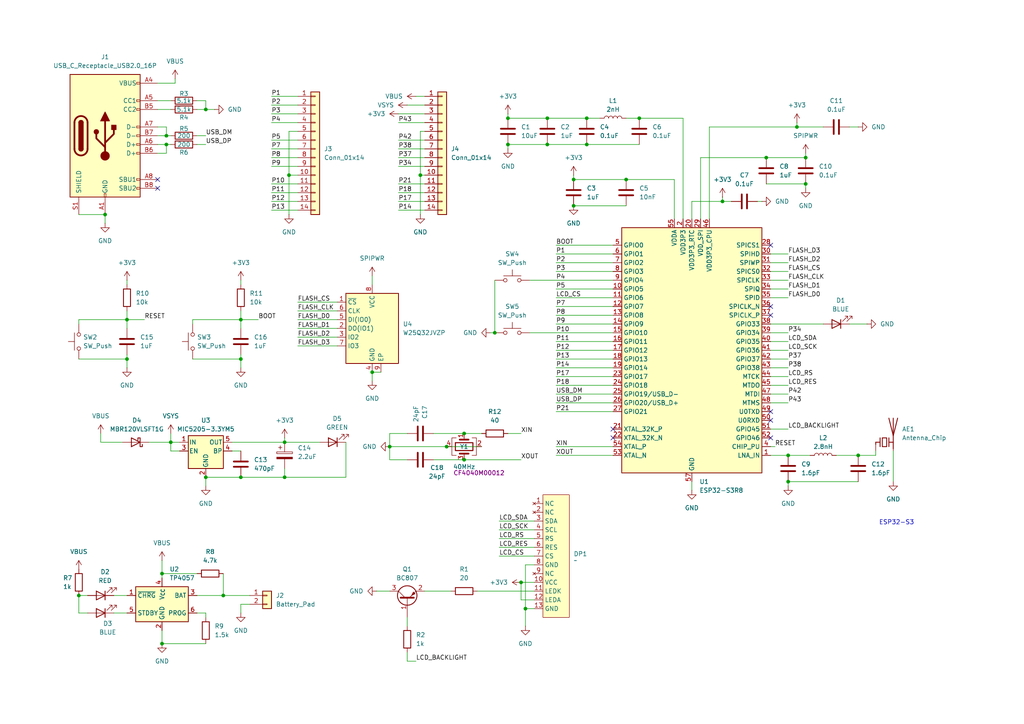
<source format=kicad_sch>
(kicad_sch (version 20231120) (generator "eeschema") (generator_version "8.0")
  (paper "A4")
  (junction (at 82.55 128.27))
  (junction (at 48.26 39.37))
  (junction (at 69.85 92.71))
  (junction (at 59.69 138.43))
  (junction (at 158.75 41.91))
  (junction (at 209.55 58.42))
  (junction (at 185.42 34.29))
  (junction (at 147.32 34.29))
  (junction (at 107.95 107.95))
  (junction (at 121.92 50.8))
  (junction (at 82.55 138.43))
  (junction (at 170.18 41.91))
  (junction (at 151.13 168.91))
  (junction (at 233.68 53.34))
  (junction (at 113.03 129.54))
  (junction (at 64.77 172.72))
  (junction (at 48.26 41.91))
  (junction (at 69.85 138.43))
  (junction (at 228.6 139.7))
  (junction (at 46.99 186.69))
  (junction (at 134.62 125.73))
  (junction (at 233.68 45.72))
  (junction (at 228.6 132.08))
  (junction (at 36.83 104.14))
  (junction (at 49.53 128.27))
  (junction (at 147.32 41.91))
  (junction (at 129.54 129.54))
  (junction (at 22.86 172.72))
  (junction (at 222.25 45.72))
  (junction (at 134.62 133.35))
  (junction (at 166.37 59.69))
  (junction (at 152.4 176.53))
  (junction (at 36.83 92.71))
  (junction (at 46.99 166.37))
  (junction (at 143.51 96.52))
  (junction (at 158.75 34.29))
  (junction (at 30.48 62.23))
  (junction (at 83.82 50.8))
  (junction (at 166.37 52.07))
  (junction (at 59.69 31.75))
  (junction (at 248.92 132.08))
  (junction (at 231.14 36.83))
  (junction (at 181.61 52.07))
  (junction (at 69.85 104.14))
  (junction (at 170.18 34.29))
  (no_connect (at 177.8 127))
  (no_connect (at 223.52 127))
  (no_connect (at 223.52 119.38))
  (no_connect (at 223.52 91.44))
  (no_connect (at 223.52 71.12))
  (no_connect (at 177.8 124.46))
  (no_connect (at 45.72 54.61))
  (no_connect (at 45.72 52.07))
  (no_connect (at 223.52 88.9))
  (no_connect (at 223.52 121.92))
  (wire (pts (xy 223.52 129.54) (xy 224.79 129.54)))
  (wire (pts (xy 166.37 59.69) (xy 181.61 59.69)))
  (wire (pts (xy 134.62 125.73) (xy 139.7 125.73)))
  (wire (pts (xy 161.29 73.66) (xy 177.8 73.66)))
  (wire (pts (xy 212.09 58.42) (xy 209.55 58.42)))
  (wire (pts (xy 254 130.81) (xy 254 132.08)))
  (wire (pts (xy 86.36 92.71) (xy 97.79 92.71)))
  (wire (pts (xy 181.61 52.07) (xy 166.37 52.07)))
  (wire (pts (xy 231.14 35.56) (xy 231.14 36.83)))
  (wire (pts (xy 48.26 39.37) (xy 49.53 39.37)))
  (wire (pts (xy 153.67 96.52) (xy 177.8 96.52)))
  (wire (pts (xy 78.74 55.88) (xy 86.36 55.88)))
  (wire (pts (xy 69.85 92.71) (xy 69.85 95.25)))
  (wire (pts (xy 200.66 58.42) (xy 200.66 63.5)))
  (wire (pts (xy 205.74 63.5) (xy 205.74 36.83)))
  (wire (pts (xy 147.32 41.91) (xy 147.32 43.18)))
  (wire (pts (xy 209.55 57.15) (xy 209.55 58.42)))
  (wire (pts (xy 228.6 139.7) (xy 228.6 140.97)))
  (wire (pts (xy 83.82 50.8) (xy 83.82 38.1)))
  (wire (pts (xy 200.66 139.7) (xy 200.66 142.24)))
  (wire (pts (xy 219.71 58.42) (xy 220.98 58.42)))
  (wire (pts (xy 113.03 125.73) (xy 118.11 125.73)))
  (wire (pts (xy 198.12 63.5) (xy 198.12 34.29)))
  (wire (pts (xy 246.38 36.83) (xy 248.92 36.83)))
  (wire (pts (xy 246.38 93.98) (xy 251.46 93.98)))
  (wire (pts (xy 161.29 88.9) (xy 177.8 88.9)))
  (wire (pts (xy 78.74 40.64) (xy 86.36 40.64)))
  (wire (pts (xy 205.74 36.83) (xy 231.14 36.83)))
  (wire (pts (xy 59.69 31.75) (xy 62.23 31.75)))
  (wire (pts (xy 100.33 138.43) (xy 82.55 138.43)))
  (wire (pts (xy 64.77 172.72) (xy 64.77 166.37)))
  (wire (pts (xy 144.78 151.13) (xy 154.94 151.13)))
  (wire (pts (xy 223.52 86.36) (xy 228.6 86.36)))
  (wire (pts (xy 78.74 45.72) (xy 86.36 45.72)))
  (wire (pts (xy 82.55 128.27) (xy 92.71 128.27)))
  (wire (pts (xy 231.14 36.83) (xy 238.76 36.83)))
  (wire (pts (xy 50.8 24.13) (xy 45.72 24.13)))
  (wire (pts (xy 69.85 102.87) (xy 69.85 104.14)))
  (wire (pts (xy 113.03 133.35) (xy 118.11 133.35)))
  (wire (pts (xy 161.29 119.38) (xy 177.8 119.38)))
  (wire (pts (xy 83.82 50.8) (xy 86.36 50.8)))
  (wire (pts (xy 48.26 41.91) (xy 49.53 41.91)))
  (wire (pts (xy 115.57 43.18) (xy 123.19 43.18)))
  (wire (pts (xy 46.99 186.69) (xy 59.69 186.69)))
  (wire (pts (xy 254 132.08) (xy 248.92 132.08)))
  (wire (pts (xy 69.85 92.71) (xy 55.88 92.71)))
  (wire (pts (xy 69.85 81.28) (xy 69.85 82.55)))
  (wire (pts (xy 195.58 52.07) (xy 181.61 52.07)))
  (wire (pts (xy 223.52 93.98) (xy 238.76 93.98)))
  (wire (pts (xy 161.29 71.12) (xy 177.8 71.12)))
  (wire (pts (xy 83.82 38.1) (xy 86.36 38.1)))
  (wire (pts (xy 35.56 128.27) (xy 29.21 128.27)))
  (wire (pts (xy 33.02 177.8) (xy 36.83 177.8)))
  (wire (pts (xy 161.29 111.76) (xy 177.8 111.76)))
  (wire (pts (xy 152.4 181.61) (xy 152.4 176.53)))
  (wire (pts (xy 161.29 86.36) (xy 177.8 86.36)))
  (wire (pts (xy 152.4 176.53) (xy 152.4 163.83)))
  (wire (pts (xy 78.74 53.34) (xy 86.36 53.34)))
  (wire (pts (xy 118.11 179.07) (xy 118.11 181.61)))
  (wire (pts (xy 223.52 73.66) (xy 228.6 73.66)))
  (wire (pts (xy 86.36 95.25) (xy 97.79 95.25)))
  (wire (pts (xy 161.29 91.44) (xy 177.8 91.44)))
  (wire (pts (xy 36.83 92.71) (xy 41.91 92.71)))
  (wire (pts (xy 259.08 130.81) (xy 259.08 139.7)))
  (wire (pts (xy 115.57 60.96) (xy 123.19 60.96)))
  (wire (pts (xy 22.86 62.23) (xy 30.48 62.23)))
  (wire (pts (xy 223.52 124.46) (xy 228.6 124.46)))
  (wire (pts (xy 49.53 125.73) (xy 49.53 128.27)))
  (wire (pts (xy 161.29 101.6) (xy 177.8 101.6)))
  (wire (pts (xy 67.31 130.81) (xy 69.85 130.81)))
  (wire (pts (xy 161.29 78.74) (xy 177.8 78.74)))
  (wire (pts (xy 45.72 39.37) (xy 48.26 39.37)))
  (wire (pts (xy 59.69 29.21) (xy 59.69 31.75)))
  (wire (pts (xy 86.36 100.33) (xy 97.79 100.33)))
  (wire (pts (xy 233.68 53.34) (xy 233.68 54.61)))
  (wire (pts (xy 153.67 81.28) (xy 177.8 81.28)))
  (wire (pts (xy 228.6 132.08) (xy 234.95 132.08)))
  (wire (pts (xy 198.12 34.29) (xy 185.42 34.29)))
  (wire (pts (xy 161.29 116.84) (xy 177.8 116.84)))
  (wire (pts (xy 115.57 45.72) (xy 123.19 45.72)))
  (wire (pts (xy 29.21 128.27) (xy 29.21 125.73)))
  (wire (pts (xy 113.03 129.54) (xy 113.03 125.73)))
  (wire (pts (xy 125.73 125.73) (xy 134.62 125.73)))
  (wire (pts (xy 161.29 109.22) (xy 177.8 109.22)))
  (wire (pts (xy 161.29 129.54) (xy 177.8 129.54)))
  (wire (pts (xy 78.74 58.42) (xy 86.36 58.42)))
  (wire (pts (xy 69.85 175.26) (xy 72.39 175.26)))
  (wire (pts (xy 161.29 99.06) (xy 177.8 99.06)))
  (wire (pts (xy 223.52 114.3) (xy 228.6 114.3)))
  (wire (pts (xy 55.88 92.71) (xy 55.88 93.98)))
  (wire (pts (xy 50.8 22.86) (xy 50.8 24.13)))
  (wire (pts (xy 69.85 104.14) (xy 55.88 104.14)))
  (wire (pts (xy 36.83 102.87) (xy 36.83 104.14)))
  (wire (pts (xy 36.83 92.71) (xy 36.83 95.25)))
  (wire (pts (xy 203.2 45.72) (xy 222.25 45.72)))
  (wire (pts (xy 82.55 127) (xy 82.55 128.27)))
  (wire (pts (xy 22.86 172.72) (xy 25.4 172.72)))
  (wire (pts (xy 109.22 171.45) (xy 113.03 171.45)))
  (wire (pts (xy 222.25 45.72) (xy 233.68 45.72)))
  (wire (pts (xy 161.29 104.14) (xy 177.8 104.14)))
  (wire (pts (xy 223.52 99.06) (xy 228.6 99.06)))
  (wire (pts (xy 22.86 177.8) (xy 25.4 177.8)))
  (wire (pts (xy 121.92 38.1) (xy 123.19 38.1)))
  (wire (pts (xy 147.32 34.29) (xy 158.75 34.29)))
  (wire (pts (xy 45.72 29.21) (xy 49.53 29.21)))
  (wire (pts (xy 107.95 80.01) (xy 107.95 82.55)))
  (wire (pts (xy 45.72 36.83) (xy 48.26 36.83)))
  (wire (pts (xy 144.78 156.21) (xy 154.94 156.21)))
  (wire (pts (xy 144.78 161.29) (xy 154.94 161.29)))
  (wire (pts (xy 161.29 76.2) (xy 177.8 76.2)))
  (wire (pts (xy 100.33 128.27) (xy 100.33 138.43)))
  (wire (pts (xy 115.57 48.26) (xy 123.19 48.26)))
  (wire (pts (xy 78.74 27.94) (xy 86.36 27.94)))
  (wire (pts (xy 223.52 111.76) (xy 228.6 111.76)))
  (wire (pts (xy 147.32 125.73) (xy 151.13 125.73)))
  (wire (pts (xy 161.29 132.08) (xy 177.8 132.08)))
  (wire (pts (xy 223.52 76.2) (xy 228.6 76.2)))
  (wire (pts (xy 115.57 33.02) (xy 123.19 33.02)))
  (wire (pts (xy 33.02 172.72) (xy 36.83 172.72)))
  (wire (pts (xy 36.83 81.28) (xy 36.83 82.55)))
  (wire (pts (xy 36.83 104.14) (xy 22.86 104.14)))
  (wire (pts (xy 115.57 35.56) (xy 123.19 35.56)))
  (wire (pts (xy 154.94 173.99) (xy 151.13 173.99)))
  (wire (pts (xy 107.95 107.95) (xy 107.95 110.49)))
  (wire (pts (xy 138.43 171.45) (xy 154.94 171.45)))
  (wire (pts (xy 223.52 101.6) (xy 228.6 101.6)))
  (wire (pts (xy 195.58 63.5) (xy 195.58 52.07)))
  (wire (pts (xy 223.52 109.22) (xy 228.6 109.22)))
  (wire (pts (xy 52.07 130.81) (xy 49.53 130.81)))
  (wire (pts (xy 147.32 33.02) (xy 147.32 34.29)))
  (wire (pts (xy 46.99 166.37) (xy 46.99 167.64)))
  (wire (pts (xy 152.4 176.53) (xy 154.94 176.53)))
  (wire (pts (xy 223.52 78.74) (xy 228.6 78.74)))
  (wire (pts (xy 228.6 139.7) (xy 248.92 139.7)))
  (wire (pts (xy 57.15 177.8) (xy 59.69 177.8)))
  (wire (pts (xy 83.82 62.23) (xy 83.82 50.8)))
  (wire (pts (xy 30.48 62.23) (xy 30.48 64.77)))
  (wire (pts (xy 45.72 44.45) (xy 48.26 44.45)))
  (wire (pts (xy 69.85 92.71) (xy 74.93 92.71)))
  (wire (pts (xy 82.55 138.43) (xy 69.85 138.43)))
  (wire (pts (xy 121.92 50.8) (xy 121.92 38.1)))
  (wire (pts (xy 59.69 138.43) (xy 59.69 140.97)))
  (wire (pts (xy 49.53 128.27) (xy 52.07 128.27)))
  (wire (pts (xy 223.52 81.28) (xy 228.6 81.28)))
  (wire (pts (xy 223.52 104.14) (xy 228.6 104.14)))
  (wire (pts (xy 113.03 129.54) (xy 129.54 129.54)))
  (wire (pts (xy 48.26 44.45) (xy 48.26 41.91)))
  (wire (pts (xy 129.54 129.54) (xy 139.7 129.54)))
  (wire (pts (xy 78.74 30.48) (xy 86.36 30.48)))
  (wire (pts (xy 121.92 50.8) (xy 123.19 50.8)))
  (wire (pts (xy 203.2 63.5) (xy 203.2 45.72)))
  (wire (pts (xy 161.29 114.3) (xy 177.8 114.3)))
  (wire (pts (xy 166.37 50.8) (xy 166.37 52.07)))
  (wire (pts (xy 36.83 104.14) (xy 36.83 106.68)))
  (wire (pts (xy 86.36 87.63) (xy 97.79 87.63)))
  (wire (pts (xy 121.92 62.23) (xy 121.92 50.8)))
  (wire (pts (xy 43.18 128.27) (xy 49.53 128.27)))
  (wire (pts (xy 49.53 130.81) (xy 49.53 128.27)))
  (wire (pts (xy 48.26 36.83) (xy 48.26 39.37)))
  (wire (pts (xy 242.57 132.08) (xy 248.92 132.08)))
  (wire (pts (xy 46.99 166.37) (xy 57.15 166.37)))
  (wire (pts (xy 78.74 48.26) (xy 86.36 48.26)))
  (wire (pts (xy 67.31 128.27) (xy 82.55 128.27)))
  (wire (pts (xy 123.19 171.45) (xy 130.81 171.45)))
  (wire (pts (xy 223.52 132.08) (xy 228.6 132.08)))
  (wire (pts (xy 69.85 90.17) (xy 69.85 92.71)))
  (wire (pts (xy 120.65 191.77) (xy 118.11 191.77)))
  (wire (pts (xy 144.78 158.75) (xy 154.94 158.75)))
  (wire (pts (xy 46.99 162.56) (xy 46.99 166.37)))
  (wire (pts (xy 46.99 182.88) (xy 46.99 186.69)))
  (wire (pts (xy 78.74 33.02) (xy 86.36 33.02)))
  (wire (pts (xy 223.52 116.84) (xy 228.6 116.84)))
  (wire (pts (xy 143.51 81.28) (xy 143.51 96.52)))
  (wire (pts (xy 147.32 41.91) (xy 158.75 41.91)))
  (wire (pts (xy 107.95 107.95) (xy 110.49 107.95)))
  (wire (pts (xy 86.36 90.17) (xy 97.79 90.17)))
  (wire (pts (xy 69.85 177.8) (xy 69.85 175.26)))
  (wire (pts (xy 57.15 172.72) (xy 64.77 172.72)))
  (wire (pts (xy 222.25 53.34) (xy 233.68 53.34)))
  (wire (pts (xy 57.15 29.21) (xy 59.69 29.21)))
  (wire (pts (xy 151.13 168.91) (xy 154.94 168.91)))
  (wire (pts (xy 158.75 34.29) (xy 170.18 34.29)))
  (wire (pts (xy 59.69 177.8) (xy 59.69 179.07)))
  (wire (pts (xy 36.83 90.17) (xy 36.83 92.71)))
  (wire (pts (xy 223.52 106.68) (xy 228.6 106.68)))
  (wire (pts (xy 45.72 31.75) (xy 49.53 31.75)))
  (wire (pts (xy 59.69 138.43) (xy 69.85 138.43)))
  (wire (pts (xy 161.29 93.98) (xy 177.8 93.98)))
  (wire (pts (xy 152.4 163.83) (xy 154.94 163.83)))
  (wire (pts (xy 78.74 35.56) (xy 86.36 35.56)))
  (wire (pts (xy 118.11 191.77) (xy 118.11 189.23)))
  (wire (pts (xy 223.52 96.52) (xy 228.6 96.52)))
  (wire (pts (xy 134.62 133.35) (xy 151.13 133.35)))
  (wire (pts (xy 45.72 41.91) (xy 48.26 41.91)))
  (wire (pts (xy 78.74 43.18) (xy 86.36 43.18)))
  (wire (pts (xy 185.42 34.29) (xy 181.61 34.29)))
  (wire (pts (xy 223.52 83.82) (xy 228.6 83.82)))
  (wire (pts (xy 115.57 40.64) (xy 123.19 40.64)))
  (wire (pts (xy 170.18 34.29) (xy 173.99 34.29)))
  (wire (pts (xy 161.29 83.82) (xy 177.8 83.82)))
  (wire (pts (xy 209.55 58.42) (xy 200.66 58.42)))
  (wire (pts (xy 69.85 104.14) (xy 69.85 106.68)))
  (wire (pts (xy 22.86 92.71) (xy 22.86 93.98)))
  (wire (pts (xy 144.78 153.67) (xy 154.94 153.67)))
  (wire (pts (xy 170.18 41.91) (xy 185.42 41.91)))
  (wire (pts (xy 57.15 41.91) (xy 59.69 41.91)))
  (wire (pts (xy 115.57 58.42) (xy 123.19 58.42)))
  (wire (pts (xy 113.03 129.54) (xy 113.03 133.35)))
  (wire (pts (xy 115.57 53.34) (xy 123.19 53.34)))
  (wire (pts (xy 36.83 92.71) (xy 22.86 92.71)))
  (wire (pts (xy 161.29 106.68) (xy 177.8 106.68)))
  (wire (pts (xy 82.55 135.89) (xy 82.55 138.43)))
  (wire (pts (xy 57.15 39.37) (xy 59.69 39.37)))
  (wire (pts (xy 233.68 44.45) (xy 233.68 45.72)))
  (wire (pts (xy 115.57 55.88) (xy 123.19 55.88)))
  (wire (pts (xy 86.36 97.79) (xy 97.79 97.79)))
  (wire (pts (xy 57.15 31.75) (xy 59.69 31.75)))
  (wire (pts (xy 125.73 133.35) (xy 134.62 133.35)))
  (wire (pts (xy 120.65 27.94) (xy 123.19 27.94)))
  (wire (pts (xy 78.74 60.96) (xy 86.36 60.96)))
  (wire (pts (xy 22.86 172.72) (xy 22.86 177.8)))
  (wire (pts (xy 64.77 172.72) (xy 72.39 172.72)))
  (wire (pts (xy 118.11 30.48) (xy 123.19 30.48)))
  (wire (pts (xy 142.24 96.52) (xy 143.51 96.52)))
  (wire (pts (xy 151.13 173.99) (xy 151.13 168.91)))
  (wire (pts (xy 158.75 41.91) (xy 170.18 41.91)))
  (text "ESP32-S3" (at 265.176 151.638 0) (effects (font (size 1.27 1.27)) (justify right)))
  (label "P13" (at 78.74 60.96 0))
  (label "USB_DM" (at 161.29 114.3 0))
  (label "LCD_BACKLIGHT" (at 228.6 124.46 0))
  (label "LCD_BACKLIGHT" (at 120.65 191.77 0))
  (label "P18" (at 161.29 111.76 0))
  (label "P42" (at 115.57 40.64 0))
  (label "FLASH_CS" (at 86.36 87.63 0))
  (label "BOOT" (at 74.93 92.71 0))
  (label "P13" (at 161.29 104.14 0))
  (label "P10" (at 78.74 53.34 0))
  (label "FLASH_CLK" (at 86.36 90.17 0))
  (label "FLASH_D2" (at 228.6 76.2 0))
  (label "FLASH_CS" (at 228.6 78.74 0))
  (label "P42" (at 228.6 114.3 0))
  (label "P4" (at 161.29 81.28 0))
  (label "USB_DP" (at 161.29 116.84 0))
  (label "P43" (at 228.6 116.84 0))
  (label "P43" (at 115.57 35.56 0))
  (label "FLASH_D1" (at 228.6 83.82 0))
  (label "RESET" (at 224.79 129.54 0))
  (label "FLASH_D3" (at 86.36 100.33 0))
  (label "LCD_SCK" (at 144.78 153.67 0))
  (label "XIN" (at 151.13 125.73 0))
  (label "P10" (at 161.29 96.52 0))
  (label "P2" (at 161.29 76.2 0))
  (label "USB_DM" (at 59.69 39.37 0))
  (label "P38" (at 228.6 106.68 0))
  (label "P9" (at 161.29 93.98 0))
  (label "P11" (at 78.74 55.88 0))
  (label "P34" (at 115.57 48.26 0))
  (label "P7" (at 78.74 43.18 0))
  (label "LCD_SCK" (at 228.6 101.6 0))
  (label "LCD_SDA" (at 228.6 99.06 0))
  (label "P11" (at 161.29 99.06 0))
  (label "P14" (at 161.29 106.68 0))
  (label "XOUT" (at 151.13 133.35 0))
  (label "P34" (at 228.6 96.52 0))
  (label "P3" (at 78.74 33.02 0))
  (label "FLASH_D0" (at 228.6 86.36 0))
  (label "LCD_RES" (at 144.78 158.75 0))
  (label "FLASH_CLK" (at 228.6 81.28 0))
  (label "P7" (at 161.29 88.9 0))
  (label "RESET" (at 41.91 92.71 0))
  (label "XOUT" (at 161.29 132.08 0))
  (label "P12" (at 78.74 58.42 0))
  (label "P1" (at 78.74 27.94 0))
  (label "FLASH_D1" (at 86.36 95.25 0))
  (label "P4" (at 78.74 35.56 0))
  (label "FLASH_D3" (at 228.6 73.66 0))
  (label "P8" (at 161.29 91.44 0))
  (label "P37" (at 228.6 104.14 0))
  (label "P2" (at 78.74 30.48 0))
  (label "P14" (at 115.57 60.96 0))
  (label "P12" (at 161.29 101.6 0))
  (label "P17" (at 115.57 58.42 0))
  (label "FLASH_D2" (at 86.36 97.79 0))
  (label "P18" (at 115.57 55.88 0))
  (label "P17" (at 161.29 109.22 0))
  (label "LCD_SDA" (at 144.78 151.13 0))
  (label "FLASH_D0" (at 86.36 92.71 0))
  (label "P1" (at 161.29 73.66 0))
  (label "P5" (at 161.29 83.82 0))
  (label "P9" (at 78.74 48.26 0))
  (label "P5" (at 78.74 40.64 0))
  (label "P21" (at 115.57 53.34 0))
  (label "USB_DP" (at 59.69 41.91 0))
  (label "P21" (at 161.29 119.38 0))
  (label "P3" (at 161.29 78.74 0))
  (label "LCD_CS" (at 144.78 161.29 0))
  (label "LCD_CS" (at 161.29 86.36 0))
  (label "LCD_RES" (at 228.6 111.76 0))
  (label "P8" (at 78.74 45.72 0))
  (label "P38" (at 115.57 43.18 0))
  (label "LCD_RS" (at 228.6 109.22 0))
  (label "BOOT" (at 161.29 71.12 0))
  (label "LCD_RS" (at 144.78 156.21 0))
  (label "XIN" (at 161.29 129.54 0))
  (label "P37" (at 115.57 45.72 0))
  (symbol (lib_id "Device:C") (at 228.6 135.89 0) (unit 1)
    (property "Reference" "C9" (at 232.41 134.6199 0) (effects (justify left)))
    (property "Value" "1.6pF" (at 232.41 137.1599 0) (effects (justify left)))
    (property "Footprint" "Capacitor_SMD:C_0402_1005Metric" (effects (hide yes)))
    (property "Description" "Unpolarized capacitor" (effects (hide yes)))
  )
  (symbol (lib_id "Device:R") (at 22.86 168.91 0) (unit 1)
    (property "Reference" "R7" (at 18.288 167.64 0) (effects (justify left)))
    (property "Value" "1k" (at 18.288 170.18 0) (effects (justify left)))
    (property "Footprint" "Resistor_SMD:R_0402_1005Metric" (effects (hide yes)))
    (property "Description" "Resistor" (effects (hide yes)))
  )
  (symbol (lib_id "power:VBUS") (at 46.99 162.56 0) (unit 1)
    (property "Reference" "#PWR021" (effects (hide yes)))
    (property "Value" "VBUS" (at 46.99 157.48 0))
    (property "Description" "Power symbol creates a global label with name \"VBUS\"" (effects (hide yes)))
  )
  (symbol (lib_id "power:GND") (at 36.83 106.68 0) (unit 1)
    (property "Reference" "#PWR031" (effects (hide yes)))
    (property "Value" "GND" (at 36.83 111.76 0))
    (property "Description" "Power symbol creates a global label with name \"GND\" , ground" (effects (hide yes)))
  )
  (symbol (lib_id "power:VBUS") (at 22.86 165.1 0) (unit 1)
    (property "Reference" "#PWR023" (effects (hide yes)))
    (property "Value" "VBUS" (at 22.86 160.02 0))
    (property "Description" "Power symbol creates a global label with name \"VBUS\"" (effects (hide yes)))
  )
  (symbol (lib_id "Device:LED") (at 29.21 177.8 180) (unit 1)
    (property "Reference" "D3" (at 31.242 180.848 0))
    (property "Value" "BLUE" (at 31.242 183.388 0))
    (property "Footprint" "LED_SMD:LED_0402_1005Metric" (effects (hide yes)))
    (property "Description" "Light emitting diode" (effects (hide yes)))
  )
  (symbol (lib_id "power:GND") (at 248.92 36.83 90) (unit 1)
    (property "Reference" "#PWR013" (effects (hide yes)))
    (property "Value" "GND" (at 252.73 36.8299 90) (effects (justify right)))
    (property "Description" "Power symbol creates a global label with name \"GND\" , ground" (effects (hide yes)))
  )
  (symbol (lib_id "power:GND") (at 109.22 171.45 270) (unit 1)
    (property "Reference" "#PWR017" (effects (hide yes)))
    (property "Value" "GND" (at 105.41 171.4499 90) (effects (justify right)))
    (property "Description" "Power symbol creates a global label with name \"GND\" , ground" (effects (hide yes)))
  )
  (symbol (lib_id "Device:Antenna_Chip") (at 256.54 128.27 0) (unit 1)
    (property "Reference" "AE1" (at 261.62 124.4599 0) (effects (justify left)))
    (property "Value" "Antenna_Chip" (at 261.62 126.9999 0) (effects (justify left)))
    (property "Footprint" "RF_Antenna:Texas_SWRA117D_2.4GHz_Left" (effects (hide yes)))
    (property "Description" "Ceramic chip antenna with pin for PCB trace" (effects (hide yes)))
  )
  (symbol (lib_id "power:+3V3") (at 147.32 33.02 0) (unit 1)
    (property "Reference" "#PWR01" (effects (hide yes)))
    (property "Value" "+3V3" (at 147.32 27.94 0))
    (property "Description" "Power symbol creates a global label with name \"+3V3\"" (effects (hide yes)))
  )
  (symbol (lib_id "Switch:SW_Push") (at 148.59 81.28 0) (unit 1)
    (property "Reference" "SW4" (at 148.59 73.66 0))
    (property "Value" "SW_Push" (at 148.59 76.2 0))
    (property "Footprint" "Button_Switch_SMD:SW_Push_1P1T_NO_Vertical_Wuerth_434133025816" (effects (hide yes)))
    (property "Description" "Push button switch, generic, two pins" (effects (hide yes)))
  )
  (symbol (lib_id "Device:R") (at 53.34 31.75 90) (unit 1)
    (property "Reference" "R4" (at 53.34 34.036 90))
    (property "Value" "5.1k" (at 53.34 31.75 90))
    (property "Footprint" "Resistor_SMD:R_0402_1005Metric" (effects (hide yes)))
    (property "Description" "Resistor" (effects (hide yes)))
  )
  (symbol (lib_id "power:+3V3") (at 209.55 57.15 0) (unit 1)
    (property "Reference" "#PWR06" (effects (hide yes)))
    (property "Value" "+3V3" (at 209.55 52.07 0))
    (property "Description" "Power symbol creates a global label with name \"+3V3\"" (effects (hide yes)))
  )
  (symbol (lib_id "MCU_Espressif:ESP32-S3") (at 200.66 101.6 0) (unit 1)
    (property "Reference" "U1" (at 202.8541 139.7 0) (effects (justify left)))
    (property "Value" "ESP32-S3R8" (at 202.8541 142.24 0) (effects (justify left)))
    (property "Footprint" "Package_DFN_QFN:QFN-56-1EP_7x7mm_P0.4mm_EP4x4mm" (effects (hide yes)))
    (property "Datasheet" "https://www.espressif.com/sites/default/files/documentation/esp32-s3_datasheet_en.pdf" (effects (hide yes)))
    (property "Description" "Microcontroller, Wi-Fi 802.11b/g/n, Bluetooth, 32bit" (effects (hide yes)))
  )
  (symbol (lib_id "Memory_Flash:W25Q32JVZP") (at 107.95 95.25 0) (unit 1)
    (property "Reference" "U4" (at 116.84 93.98 0) (effects (justify left)))
    (property "Value" "W25Q32JVZP" (at 116.84 96.52 0) (effects (justify left)))
    (property "Footprint" "Package_SON:WSON-8-1EP_6x5mm_P1.27mm_EP3.4x4.3mm" (effects (hide yes)))
    (property "Datasheet" "http://www.winbond.com/resource-files/w25q32jv%20revg%2003272018%20plus.pdf" (effects (hide yes)))
    (property "Description" "32Mb Serial Flash Memory, Standard/Dual/Quad SPI, DFN-8" (effects (hide yes)))
  )
  (symbol (lib_id "power:VCC") (at 107.95 80.01 0) (unit 1)
    (property "Reference" "#PWR029" (effects (hide yes)))
    (property "Value" "SPIPWR" (at 107.95 74.93 0))
    (property "Description" "Power symbol creates a global label with name \"VCC\"" (effects (hide yes)))
  )
  (symbol (lib_id "Device:LED") (at 242.57 93.98 180) (unit 1)
    (property "Reference" "D1" (at 243.84 87.122 0))
    (property "Value" "BLUE" (at 243.84 89.662 0))
    (property "Footprint" "LED_SMD:LED_0402_1005Metric" (effects (hide yes)))
    (property "Description" "Light emitting diode" (effects (hide yes)))
  )
  (symbol (lib_id "Device:R") (at 53.34 29.21 90) (unit 1)
    (property "Reference" "R3" (at 53.34 27.178 90))
    (property "Value" "5.1k" (at 53.34 29.21 90))
    (property "Footprint" "Resistor_SMD:R_0402_1005Metric" (effects (hide yes)))
    (property "Description" "Resistor" (effects (hide yes)))
  )
  (symbol (lib_id "Device:C") (at 36.83 99.06 0) (unit 1)
    (property "Reference" "C15" (at 40.64 97.79 0) (effects (justify left)))
    (property "Value" "1uF" (at 40.64 100.33 0) (effects (justify left)))
    (property "Footprint" "Capacitor_SMD:C_0402_1005Metric" (effects (hide yes)))
    (property "Description" "Unpolarized capacitor" (effects (hide yes)))
  )
  (symbol (lib_id "power:+3V3") (at 151.13 168.91 90) (unit 1)
    (property "Reference" "#PWR015" (effects (hide yes)))
    (property "Value" "+3V3" (at 147.32 168.9099 90) (effects (justify left)))
    (property "Description" "Power symbol creates a global label with name \"+3V3\"" (effects (hide yes)))
  )
  (symbol (lib_id "Device:C_Polarized") (at 82.55 132.08 0) (unit 1)
    (property "Reference" "C14" (at 86.36 129.921 0) (effects (justify left)))
    (property "Value" "2.2uF" (at 86.36 132.461 0) (effects (justify left)))
    (property "Footprint" "Capacitor_Tantalum_SMD:CP_EIA-1608-08_AVX-J" (effects (hide yes)))
    (property "Description" "Polarized capacitor" (effects (hide yes)))
  )
  (symbol (lib_id "power:GND") (at 200.66 142.24 0) (unit 1)
    (property "Reference" "#PWR05" (effects (hide yes)))
    (property "Value" "GND" (at 200.66 147.32 0))
    (property "Description" "Power symbol creates a global label with name \"GND\" , ground" (effects (hide yes)))
  )
  (symbol (lib_id "Device:C") (at 248.92 135.89 0) (unit 1)
    (property "Reference" "C12" (at 252.73 134.6199 0) (effects (justify left)))
    (property "Value" "1.6pF" (at 252.73 137.1599 0) (effects (justify left)))
    (property "Footprint" "Capacitor_SMD:C_0402_1005Metric" (effects (hide yes)))
    (property "Description" "Unpolarized capacitor" (effects (hide yes)))
  )
  (symbol (lib_id "Device:Crystal_GND24") (at 134.62 129.54 270) (unit 1)
    (property "Reference" "Y1" (at 134.62 129.54 90))
    (property "Value" "40MHz" (at 134.62 135.382 90))
    (property "Footprint" "Crystal:Crystal_SMD_3225-4Pin_3.2x2.5mm" (effects (hide yes)))
    (property "Description" "Four pin crystal, GND on pins 2 and 4" (effects (hide yes)))
    (property "Name" "CF4040M00012" (at 138.938 137.16 90))
  )
  (symbol (lib_id "power:GND") (at 30.48 64.77 0) (unit 1)
    (property "Reference" "#PWR020" (effects (hide yes)))
    (property "Value" "GND" (at 30.48 69.85 0))
    (property "Description" "Power symbol creates a global label with name \"GND\" , ground" (effects (hide yes)))
  )
  (symbol (lib_id "power:GND") (at 46.99 186.69 0) (unit 1)
    (property "Reference" "#PWR022" (effects (hide yes)))
    (property "Value" "GND" (at 46.99 191.77 0))
    (property "Description" "Power symbol creates a global label with name \"GND\" , ground" (effects (hide yes)))
  )
  (symbol (lib_id "Device:D_Schottky") (at 39.37 128.27 180) (unit 1)
    (property "Reference" "D4" (at 39.6875 121.92 0))
    (property "Value" "MBR120VLSFT1G" (at 39.6875 124.46 0))
    (property "Footprint" "Diode_SMD:D_SOD-123F" (effects (hide yes)))
    (property "Description" "Schottky diode" (effects (hide yes)))
  )
  (symbol (lib_id "power:VCC") (at 233.68 44.45 0) (unit 1)
    (property "Reference" "#PWR010" (effects (hide yes)))
    (property "Value" "SPIPWR" (at 233.68 39.37 0))
    (property "Description" "Power symbol creates a global label with name \"VCC\"" (effects (hide yes)))
  )
  (symbol (lib_id "Device:R") (at 60.96 166.37 90) (unit 1)
    (property "Reference" "R8" (at 60.96 160.02 90))
    (property "Value" "4.7k" (at 60.96 162.56 90))
    (property "Footprint" "Resistor_SMD:R_0402_1005Metric" (effects (hide yes)))
    (property "Description" "Resistor" (effects (hide yes)))
  )
  (symbol (lib_id "power:VBUS") (at 49.53 125.73 0) (unit 1)
    (property "Reference" "#PWR026" (effects (hide yes)))
    (property "Value" "VSYS" (at 49.53 120.65 0))
    (property "Description" "Power symbol creates a global label with name \"VBUS\"" (effects (hide yes)))
  )
  (symbol (lib_id "Switch:SW_Push") (at 55.88 99.06 90) (unit 1)
    (property "Reference" "SW3" (at 57.15 97.79 90) (effects (justify right)))
    (property "Value" "SW_Push" (at 57.15 100.33 90) (effects (justify right)))
    (property "Footprint" "Button_Switch_SMD:SW_SPST_EVQP7C" (effects (hide yes)))
    (property "Description" "Push button switch, generic, two pins" (effects (hide yes)))
  )
  (symbol (lib_id "power:GND") (at 152.4 181.61 0) (unit 1)
    (property "Reference" "#PWR016" (effects (hide yes)))
    (property "Value" "GND" (at 152.4 186.69 0))
    (property "Description" "Power symbol creates a global label with name \"GND\" , ground" (effects (hide yes)))
  )
  (symbol (lib_id "power:GND") (at 228.6 140.97 0) (unit 1)
    (property "Reference" "#PWR08" (effects (hide yes)))
    (property "Value" "GND" (at 228.6 146.05 0))
    (property "Description" "Power symbol creates a global label with name \"GND\" , ground" (effects (hide yes)))
  )
  (symbol (lib_id "power:GND") (at 142.24 96.52 270) (unit 1)
    (property "Reference" "#PWR035" (effects (hide yes)))
    (property "Value" "GND" (at 138.43 96.52 90) (effects (justify right)))
    (property "Description" "Power symbol creates a global label with name \"GND\" , ground" (effects (hide yes)))
  )
  (symbol (lib_id "power:GND") (at 147.32 43.18 0) (unit 1)
    (property "Reference" "#PWR02" (effects (hide yes)))
    (property "Value" "GND" (at 147.32 48.26 0))
    (property "Description" "Power symbol creates a global label with name \"GND\" , ground" (effects (hide yes)))
  )
  (symbol (lib_id "Device:C") (at 166.37 55.88 0) (unit 1)
    (property "Reference" "C3" (at 170.18 54.6099 0) (effects (justify left)))
    (property "Value" "1uF" (at 170.18 57.1499 0) (effects (justify left)))
    (property "Footprint" "Capacitor_SMD:C_0402_1005Metric" (effects (hide yes)))
    (property "Description" "Unpolarized capacitor" (effects (hide yes)))
  )
  (symbol (lib_id "power:VBUS") (at 118.11 30.48 90) (unit 1)
    (property "Reference" "#PWR040" (effects (hide yes)))
    (property "Value" "VSYS" (at 114.3 30.48 90) (effects (justify left)))
    (property "Description" "Power symbol creates a global label with name \"VBUS\"" (effects (hide yes)))
  )
  (symbol (lib_id "Device:C") (at 147.32 38.1 0) (unit 1)
    (property "Reference" "C1" (at 151.13 36.8299 0) (effects (justify left)))
    (property "Value" "10uF" (at 151.13 39.3699 0) (effects (justify left)))
    (property "Footprint" "Capacitor_SMD:C_0402_1005Metric" (effects (hide yes)))
    (property "Description" "Unpolarized capacitor" (effects (hide yes)))
  )
  (symbol (lib_id "power:GND") (at 107.95 110.49 0) (unit 1)
    (property "Reference" "#PWR030" (effects (hide yes)))
    (property "Value" "GND" (at 107.95 115.57 0))
    (property "Description" "Power symbol creates a global label with name \"GND\" , ground" (effects (hide yes)))
  )
  (symbol (lib_id "Device:C") (at 69.85 99.06 0) (unit 1)
    (property "Reference" "C16" (at 73.66 97.79 0) (effects (justify left)))
    (property "Value" "1uF" (at 73.66 100.33 0) (effects (justify left)))
    (property "Footprint" "Capacitor_SMD:C_0402_1005Metric" (effects (hide yes)))
    (property "Description" "Unpolarized capacitor" (effects (hide yes)))
  )
  (symbol (lib_id "power:VBUS") (at 50.8 22.86 0) (unit 1)
    (property "Reference" "#PWR018" (effects (hide yes)))
    (property "Value" "VBUS" (at 50.8 17.78 0))
    (property "Description" "Power symbol creates a global label with name \"VBUS\"" (effects (hide yes)))
  )
  (symbol (lib_id "Device:C") (at 170.18 38.1 0) (unit 1)
    (property "Reference" "C4" (at 173.99 36.8299 0) (effects (justify left)))
    (property "Value" "0.1uF" (at 173.99 39.3699 0) (effects (justify left)))
    (property "Footprint" "Capacitor_SMD:C_0402_1005Metric" (effects (hide yes)))
    (property "Description" "Unpolarized capacitor" (effects (hide yes)))
  )
  (symbol (lib_id "power:GND") (at 166.37 59.69 0) (unit 1)
    (property "Reference" "#PWR04" (effects (hide yes)))
    (property "Value" "GND" (at 166.37 64.77 0))
    (property "Description" "Power symbol creates a global label with name \"GND\" , ground" (effects (hide yes)))
  )
  (symbol (lib_id "Device:C") (at 181.61 55.88 0) (unit 1)
    (property "Reference" "C5" (at 185.42 54.6099 0) (effects (justify left)))
    (property "Value" "10nF" (at 185.42 57.1499 0) (effects (justify left)))
    (property "Footprint" "Capacitor_SMD:C_0402_1005Metric" (effects (hide yes)))
    (property "Description" "Unpolarized capacitor" (effects (hide yes)))
  )
  (symbol (lib_id "Battery_Management:TP4057") (at 46.99 175.26 0) (unit 1)
    (property "Reference" "U2" (at 49.1841 165.1 0) (effects (justify left)))
    (property "Value" "TP4057" (at 49.1841 167.64 0) (effects (justify left)))
    (property "Footprint" "Package_TO_SOT_SMD:TSOT-23-6" (effects (hide yes)))
    (property "Datasheet" "http://toppwr.com/uploadfile/file/20230304/640302a47b738.pdf" (effects (hide yes)))
    (property "Description" "Constant-current/constant-voltage linear charger for single cell lithium-ion batteries with 2.9V Trickle Charge, 4.5V to 6.5V VDD, -40 to +85 degree Celsius, TSOT-23-5" (effects (hide yes)))
  )
  (symbol (lib_id "Device:R") (at 59.69 182.88 0) (unit 1)
    (property "Reference" "R9" (at 62.23 181.6099 0) (effects (justify left)))
    (property "Value" "1.5k" (at 62.23 184.1499 0) (effects (justify left)))
    (property "Footprint" "Resistor_SMD:R_0402_1005Metric" (effects (hide yes)))
    (property "Description" "Resistor" (effects (hide yes)))
  )
  (symbol (lib_id "Device:R") (at 36.83 86.36 0) (unit 1)
    (property "Reference" "R10" (at 39.37 85.09 0) (effects (justify left)))
    (property "Value" "10k" (at 39.37 87.63 0) (effects (justify left)))
    (property "Footprint" "Resistor_SMD:R_0402_1005Metric" (effects (hide yes)))
    (property "Description" "Resistor" (effects (hide yes)))
  )
  (symbol (lib_id "Device:L") (at 238.76 132.08 90) (unit 1)
    (property "Reference" "L2" (at 238.76 127 90))
    (property "Value" "2.8nH" (at 238.76 129.54 90))
    (property "Footprint" "Inductor_SMD:L_0402_1005Metric" (effects (hide yes)))
    (property "Description" "Inductor" (effects (hide yes)))
  )
  (symbol (lib_id "Device:L") (at 177.8 34.29 90) (unit 1)
    (property "Reference" "L1" (at 177.8 29.21 90))
    (property "Value" "2nH" (at 177.8 31.75 90))
    (property "Footprint" "Inductor_SMD:L_0402_1005Metric" (effects (hide yes)))
    (property "Description" "Inductor" (effects (hide yes)))
  )
  (symbol (lib_id "power:+3V3") (at 231.14 35.56 0) (unit 1)
    (property "Reference" "#PWR09" (effects (hide yes)))
    (property "Value" "+3V3" (at 231.14 30.48 0))
    (property "Description" "Power symbol creates a global label with name \"+3V3\"" (effects (hide yes)))
  )
  (symbol (lib_id "Connector:USB_C_Receptacle_USB2.0_16P") (at 30.48 39.37 0) (unit 1)
    (property "Reference" "J1" (at 30.48 16.51 0))
    (property "Value" "USB_C_Receptacle_USB2.0_16P" (at 30.48 19.05 0))
    (property "Footprint" "Connector_USB:USB_C_Receptacle_GCT_USB4105-xx-A_16P_TopMnt_Horizontal" (effects (hide yes)))
    (property "Datasheet" "https://www.usb.org/sites/default/files/documents/usb_type-c.zip" (effects (hide yes)))
    (property "Description" "USB 2.0-only 16P Type-C Receptacle connector" (effects (hide yes)))
  )
  (symbol (lib_id "power:GND") (at 69.85 106.68 0) (unit 1)
    (property "Reference" "#PWR034" (effects (hide yes)))
    (property "Value" "GND" (at 69.85 111.76 0))
    (property "Description" "Power symbol creates a global label with name \"GND\" , ground" (effects (hide yes)))
  )
  (symbol (lib_id "Device:LED") (at 29.21 172.72 180) (unit 1)
    (property "Reference" "D2" (at 30.48 165.862 0))
    (property "Value" "RED" (at 30.48 168.402 0))
    (property "Footprint" "LED_SMD:LED_0402_1005Metric" (effects (hide yes)))
    (property "Description" "Light emitting diode" (effects (hide yes)))
  )
  (symbol (lib_id "power:GND") (at 59.69 140.97 0) (unit 1)
    (property "Reference" "#PWR027" (effects (hide yes)))
    (property "Value" "GND" (at 59.69 146.05 0))
    (property "Description" "Power symbol creates a global label with name \"GND\" , ground" (effects (hide yes)))
  )
  (symbol (lib_id "power:+3V3") (at 115.57 33.02 90) (unit 1)
    (property "Reference" "#PWR039" (effects (hide yes)))
    (property "Value" "+3V3" (at 111.76 33.02 90) (effects (justify left)))
    (property "Description" "Power symbol creates a global label with name \"+3V3\"" (effects (hide yes)))
  )
  (symbol (lib_id "power:VBUS") (at 29.21 125.73 0) (unit 1)
    (property "Reference" "#PWR025" (effects (hide yes)))
    (property "Value" "VBUS" (at 29.21 120.65 0))
    (property "Description" "Power symbol creates a global label with name \"VBUS\"" (effects (hide yes)))
  )
  (symbol (lib_id "Connector_Generic:Conn_01x02") (at 77.47 172.72 0) (unit 1)
    (property "Reference" "J2" (at 80.01 172.7199 0) (effects (justify left)))
    (property "Value" "Battery_Pad" (at 80.01 175.2599 0) (effects (justify left)))
    (property "Footprint" "Connector_Wire:SolderWire-0.1sqmm_1x02_P3.6mm_D0.4mm_OD1mm" (effects (hide yes)))
    (property "Description" "Generic connector, single row, 01x02, script generated (kicad-library-utils/schlib/autogen/connector/)" (effects (hide yes)))
  )
  (symbol (lib_id "Device:R") (at 118.11 185.42 180) (unit 1)
    (property "Reference" "R2" (at 120.65 184.1499 0) (effects (justify right)))
    (property "Value" "1k" (at 120.65 186.6899 0) (effects (justify right)))
    (property "Footprint" "Resistor_SMD:R_0402_1005Metric" (effects (hide yes)))
    (property "Description" "Resistor" (effects (hide yes)))
  )
  (symbol (lib_id "Device:R") (at 53.34 41.91 90) (unit 1)
    (property "Reference" "R6" (at 53.34 44.196 90))
    (property "Value" "200" (at 53.34 41.91 90))
    (property "Footprint" "Resistor_SMD:R_0402_1005Metric" (effects (hide yes)))
    (property "Description" "Resistor" (effects (hide yes)))
  )
  (symbol (lib_id "Connector_Generic:Conn_01x14") (at 91.44 43.18 0) (unit 1)
    (property "Reference" "J3" (at 93.98 43.18 0) (effects (justify left)))
    (property "Value" "Conn_01x14" (at 93.98 45.72 0) (effects (justify left)))
    (property "Footprint" "Connector_PinHeader_2.54mm:PinHeader_1x14_P2.54mm_Vertical" (effects (hide yes)))
    (property "Description" "Generic connector, single row, 01x14, script generated (kicad-library-utils/schlib/autogen/connector/)" (effects (hide yes)))
  )
  (symbol (lib_id "Regulator_Linear:MIC5205-3.3YM5") (at 59.69 130.81 0) (unit 1)
    (property "Reference" "U3" (at 59.69 121.92 0))
    (property "Value" "MIC5205-3.3YM5" (at 59.69 124.46 0))
    (property "Footprint" "Package_TO_SOT_SMD:SOT-23-5" (effects (hide yes)))
    (property "Datasheet" "http://ww1.microchip.com/downloads/en/DeviceDoc/20005785A.pdf" (effects (hide yes)))
    (property "Description" "150mA low dropout linear regulator, fixed 3.3V output, SOT-23-5" (effects (hide yes)))
  )
  (symbol (lib_id "Device:C") (at 69.85 134.62 0) (unit 1)
    (property "Reference" "C13" (at 73.66 133.35 0) (effects (justify left)))
    (property "Value" "470pF" (at 73.66 135.89 0) (effects (justify left)))
    (property "Footprint" "Capacitor_SMD:C_0402_1005Metric" (effects (hide yes)))
    (property "Description" "Unpolarized capacitor" (effects (hide yes)))
  )
  (symbol (lib_id "Device:C") (at 215.9 58.42 90) (unit 1)
    (property "Reference" "C7" (at 215.9 50.8 90))
    (property "Value" "0.1uF" (at 215.9 53.34 90))
    (property "Footprint" "Capacitor_SMD:C_0402_1005Metric" (effects (hide yes)))
    (property "Description" "Unpolarized capacitor" (effects (hide yes)))
  )
  (symbol (lib_id "power:GND") (at 233.68 54.61 0) (unit 1)
    (property "Reference" "#PWR011" (effects (hide yes)))
    (property "Value" "GND" (at 233.68 59.69 0))
    (property "Description" "Power symbol creates a global label with name \"GND\" , ground" (effects (hide yes)))
  )
  (symbol (lib_id "power:GND") (at 83.82 62.23 0) (unit 1)
    (property "Reference" "#PWR037" (effects (hide yes)))
    (property "Value" "GND" (at 83.82 67.31 0))
    (property "Description" "Power symbol creates a global label with name \"GND\" , ground" (effects (hide yes)))
  )
  (symbol (lib_id "power:+3V3") (at 69.85 81.28 0) (unit 1)
    (property "Reference" "#PWR033" (effects (hide yes)))
    (property "Value" "+3V3" (at 69.85 76.2 0))
    (property "Description" "Power symbol creates a global label with name \"+3V3\"" (effects (hide yes)))
  )
  (symbol (lib_id "Device:R") (at 69.85 86.36 0) (unit 1)
    (property "Reference" "R11" (at 72.39 85.09 0) (effects (justify left)))
    (property "Value" "10k" (at 72.39 87.63 0) (effects (justify left)))
    (property "Footprint" "Resistor_SMD:R_0402_1005Metric" (effects (hide yes)))
    (property "Description" "Resistor" (effects (hide yes)))
  )
  (symbol (lib_id "Device:R") (at 134.62 171.45 90) (unit 1)
    (property "Reference" "R1" (at 134.62 165.1 90))
    (property "Value" "20" (at 134.62 167.64 90))
    (property "Footprint" "Resistor_SMD:R_0402_1005Metric" (effects (hide yes)))
    (property "Description" "Resistor" (effects (hide yes)))
  )
  (symbol (lib_id "Device:C") (at 222.25 49.53 0) (unit 1)
    (property "Reference" "C8" (at 226.06 48.2599 0) (effects (justify left)))
    (property "Value" "1uF" (at 226.06 50.7999 0) (effects (justify left)))
    (property "Footprint" "Capacitor_SMD:C_0402_1005Metric" (effects (hide yes)))
    (property "Description" "Unpolarized capacitor" (effects (hide yes)))
  )
  (symbol (lib_id "power:GND") (at 251.46 93.98 90) (unit 1)
    (property "Reference" "#PWR012" (effects (hide yes)))
    (property "Value" "GND" (at 255.27 93.9799 90) (effects (justify right)))
    (property "Description" "Power symbol creates a global label with name \"GND\" , ground" (effects (hide yes)))
  )
  (symbol (lib_id "Device:C") (at 121.92 133.35 270) (unit 1)
    (property "Reference" "C18" (at 126.746 135.636 90))
    (property "Value" "24pF" (at 126.746 138.176 90))
    (property "Footprint" "Capacitor_SMD:C_0402_1005Metric" (effects (hide yes)))
    (property "Description" "Unpolarized capacitor" (effects (hide yes)))
  )
  (symbol (lib_id "Transistor_BJT:BC807") (at 118.11 173.99 90) (unit 1)
    (property "Reference" "Q1" (at 118.11 165.1 90))
    (property "Value" "BC807" (at 118.11 167.64 90))
    (property "Footprint" "Package_TO_SOT_SMD:SOT-23" (effects (hide yes)))
    (property "Datasheet" "https://www.onsemi.com/pub/Collateral/BC808-D.pdf" (effects (hide yes)))
    (property "Description" "0.8A Ic, 45V Vce, PNP Transistor, SOT-23" (effects (hide yes)))
  )
  (symbol (lib_id "power:GND") (at 113.03 129.54 270) (unit 1)
    (property "Reference" "#PWR036" (effects (hide yes)))
    (property "Value" "GND" (at 109.22 129.5399 90) (effects (justify right)))
    (property "Description" "Power symbol creates a global label with name \"GND\" , ground" (effects (hide yes)))
  )
  (symbol (lib_id "Device:C") (at 158.75 38.1 0) (unit 1)
    (property "Reference" "C2" (at 162.56 36.8299 0) (effects (justify left)))
    (property "Value" "1uF" (at 162.56 39.3699 0) (effects (justify left)))
    (property "Footprint" "Capacitor_SMD:C_0402_1005Metric" (effects (hide yes)))
    (property "Description" "Unpolarized capacitor" (effects (hide yes)))
  )
  (symbol (lib_id "Device:C") (at 233.68 49.53 180) (unit 1)
    (property "Reference" "C10" (at 237.49 48.2599 0) (effects (justify right)))
    (property "Value" "0.1uF" (at 237.49 50.7999 0) (effects (justify right)))
    (property "Footprint" "Capacitor_SMD:C_0402_1005Metric" (effects (hide yes)))
    (property "Description" "Unpolarized capacitor" (effects (hide yes)))
  )
  (symbol (lib_id "power:+3V3") (at 36.83 81.28 0) (unit 1)
    (property "Reference" "#PWR032" (effects (hide yes)))
    (property "Value" "+3V3" (at 36.83 76.2 0))
    (property "Description" "Power symbol creates a global label with name \"+3V3\"" (effects (hide yes)))
  )
  (symbol (lib_id "Device:C") (at 242.57 36.83 90) (unit 1)
    (property "Reference" "C11" (at 242.57 29.21 90))
    (property "Value" "0.1uF" (at 242.57 31.75 90))
    (property "Footprint" "Capacitor_SMD:C_0402_1005Metric" (effects (hide yes)))
    (property "Description" "Unpolarized capacitor" (effects (hide yes)))
  )
  (symbol (lib_id "power:GND") (at 69.85 177.8 0) (unit 1)
    (property "Reference" "#PWR024" (effects (hide yes)))
    (property "Value" "GND" (at 69.85 182.88 0))
    (property "Description" "Power symbol creates a global label with name \"GND\" , ground" (effects (hide yes)))
  )
  (symbol (lib_id "power:GND") (at 121.92 62.23 0) (unit 1)
    (property "Reference" "#PWR038" (effects (hide yes)))
    (property "Value" "GND" (at 121.92 67.31 0))
    (property "Description" "Power symbol creates a global label with name \"GND\" , ground" (effects (hide yes)))
  )
  (symbol (lib_id "Device:R") (at 53.34 39.37 90) (unit 1)
    (property "Reference" "R5" (at 53.34 37.338 90))
    (property "Value" "200" (at 53.34 39.37 90))
    (property "Footprint" "Resistor_SMD:R_0402_1005Metric" (effects (hide yes)))
    (property "Description" "Resistor" (effects (hide yes)))
  )
  (symbol (lib_id "Switch:SW_Push") (at 22.86 99.06 90) (unit 1)
    (property "Reference" "SW2" (at 24.13 97.79 90) (effects (justify right)))
    (property "Value" "SW_Push" (at 24.13 100.33 90) (effects (justify right)))
    (property "Footprint" "Button_Switch_SMD:SW_SPST_EVQP7C" (effects (hide yes)))
    (property "Description" "Push button switch, generic, two pins" (effects (hide yes)))
  )
  (symbol (lib_id "power:GND") (at 259.08 139.7 0) (unit 1)
    (property "Reference" "#PWR014" (effects (hide yes)))
    (property "Value" "GND" (at 259.08 144.78 0))
    (property "Description" "Power symbol creates a global label with name \"GND\" , ground" (effects (hide yes)))
  )
  (symbol (lib_id "Device:LED") (at 96.52 128.27 180) (unit 1)
    (property "Reference" "D5" (at 97.79 121.412 0))
    (property "Value" "GREEN" (at 97.79 123.952 0))
    (property "Footprint" "LED_SMD:LED_0402_1005Metric" (effects (hide yes)))
    (property "Description" "Light emitting diode" (effects (hide yes)))
  )
  (symbol (lib_id "Device:C") (at 185.42 38.1 0) (unit 1)
    (property "Reference" "C6" (at 189.23 36.8299 0) (effects (justify left)))
    (property "Value" "0.1uF" (at 189.23 39.3699 0) (effects (justify left)))
    (property "Footprint" "Capacitor_SMD:C_0402_1005Metric" (effects (hide yes)))
    (property "Description" "Unpolarized capacitor" (effects (hide yes)))
  )
  (symbol (lib_id "Device:C") (at 121.92 125.73 270) (unit 1)
    (property "Reference" "C17" (at 123.19 117.602 0) (effects (justify left)))
    (property "Value" "24pF" (at 120.65 117.602 0) (effects (justify left)))
    (property "Footprint" "Capacitor_SMD:C_0402_1005Metric" (effects (hide yes)))
    (property "Description" "Unpolarized capacitor" (effects (hide yes)))
  )
  (symbol (lib_id "power:GND") (at 62.23 31.75 90) (unit 1)
    (property "Reference" "#PWR019" (effects (hide yes)))
    (property "Value" "GND" (at 66.04 31.7499 90) (effects (justify right)))
    (property "Description" "Power symbol creates a global label with name \"GND\" , ground" (effects (hide yes)))
  )
  (symbol (lib_id "power:VBUS") (at 120.65 27.94 90) (unit 1)
    (property "Reference" "#PWR041" (effects (hide yes)))
    (property "Value" "VBUS" (at 116.84 27.94 90) (effects (justify left)))
    (property "Description" "Power symbol creates a global label with name \"VBUS\"" (effects (hide yes)))
  )
  (symbol (lib_id "power:GND") (at 220.98 58.42 90) (unit 1)
    (property "Reference" "#PWR07" (effects (hide yes)))
    (property "Value" "GND" (at 224.79 58.4199 90) (effects (justify right)))
    (property "Description" "Power symbol creates a global label with name \"GND\" , ground" (effects (hide yes)))
  )
  (symbol (lib_id "power:+3V3") (at 82.55 127 0) (unit 1)
    (property "Reference" "#PWR028" (effects (hide yes)))
    (property "Value" "+3V3" (at 82.55 121.92 0))
    (property "Description" "Power symbol creates a global label with name \"+3V3\"" (effects (hide yes)))
  )
  (symbol (lib_id "Device:R") (at 143.51 125.73 90) (unit 1)
    (property "Reference" "R12" (at 143.51 119.38 90))
    (property "Value" "40" (at 143.51 121.92 90))
    (property "Footprint" "Resistor_SMD:R_0402_1005Metric" (effects (hide yes)))
    (property "Description" "Resistor" (effects (hide yes)))
  )
  (symbol (lib_id "Switch:SW_Push") (at 148.59 96.52 0) (unit 1)
    (property "Reference" "SW5" (at 148.59 88.9 0))
    (property "Value" "SW_Push" (at 148.59 91.44 0))
    (property "Footprint" "Button_Switch_SMD:SW_Push_1P1T_NO_Vertical_Wuerth_434133025816" (effects (hide yes)))
    (property "Description" "Push button switch, generic, two pins" (effects (hide yes)))
  )
  (symbol (lib_id "Connector_Generic:Conn_01x14") (at 128.27 43.18 0) (unit 1)
    (property "Reference" "J4" (at 130.81 43.18 0) (effects (justify left)))
    (property "Value" "Conn_01x14" (at 130.81 45.72 0) (effects (justify left)))
    (property "Footprint" "Connector_PinHeader_2.54mm:PinHeader_1x14_P2.54mm_Vertical" (effects (hide yes)))
    (property "Description" "Generic connector, single row, 01x14, script generated (kicad-library-utils/schlib/autogen/connector/)" (effects (hide yes)))
  )
  (symbol (lib_id "Misc:N114-2413THBIG01-H13") (at 160.02 160.02 0) (unit 1)
    (property "Reference" "DP1" (at 166.37 160.6549 0) (effects (justify left)))
    (property "Value" "~" (at 166.37 162.56 0) (effects (justify left)))
    (property "Footprint" "Misc:N114-2413THBIG01-H13" (effects (hide yes)))
  )
  (symbol (lib_id "power:+3V3") (at 166.37 50.8 0) (unit 1)
    (property "Reference" "#PWR03" (effects (hide yes)))
    (property "Value" "+3V3" (at 166.37 45.72 0))
    (property "Description" "Power symbol creates a global label with name \"+3V3\"" (effects (hide yes)))
  )
)
</source>
